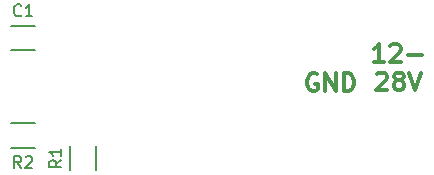
<source format=gto>
G04 #@! TF.FileFunction,Legend,Top*
%FSLAX46Y46*%
G04 Gerber Fmt 4.6, Leading zero omitted, Abs format (unit mm)*
G04 Created by KiCad (PCBNEW no-vcs-found-product) date Wed 28 Oct 2015 12:10:27 PM EDT*
%MOMM*%
G01*
G04 APERTURE LIST*
%ADD10C,0.150000*%
%ADD11C,0.300000*%
G04 APERTURE END LIST*
D10*
D11*
X33075715Y3061429D02*
X32218572Y3061429D01*
X32647144Y3061429D02*
X32647144Y4561429D01*
X32504287Y4347143D01*
X32361429Y4204286D01*
X32218572Y4132857D01*
X33647143Y4418571D02*
X33718572Y4490000D01*
X33861429Y4561429D01*
X34218572Y4561429D01*
X34361429Y4490000D01*
X34432858Y4418571D01*
X34504286Y4275714D01*
X34504286Y4132857D01*
X34432858Y3918571D01*
X33575715Y3061429D01*
X34504286Y3061429D01*
X35147143Y3632857D02*
X36290000Y3632857D01*
X32504286Y2018571D02*
X32575715Y2090000D01*
X32718572Y2161429D01*
X33075715Y2161429D01*
X33218572Y2090000D01*
X33290001Y2018571D01*
X33361429Y1875714D01*
X33361429Y1732857D01*
X33290001Y1518571D01*
X32432858Y661429D01*
X33361429Y661429D01*
X34218572Y1518571D02*
X34075714Y1590000D01*
X34004286Y1661429D01*
X33932857Y1804286D01*
X33932857Y1875714D01*
X34004286Y2018571D01*
X34075714Y2090000D01*
X34218572Y2161429D01*
X34504286Y2161429D01*
X34647143Y2090000D01*
X34718572Y2018571D01*
X34790000Y1875714D01*
X34790000Y1804286D01*
X34718572Y1661429D01*
X34647143Y1590000D01*
X34504286Y1518571D01*
X34218572Y1518571D01*
X34075714Y1447143D01*
X34004286Y1375714D01*
X33932857Y1232857D01*
X33932857Y947143D01*
X34004286Y804286D01*
X34075714Y732857D01*
X34218572Y661429D01*
X34504286Y661429D01*
X34647143Y732857D01*
X34718572Y804286D01*
X34790000Y947143D01*
X34790000Y1232857D01*
X34718572Y1375714D01*
X34647143Y1447143D01*
X34504286Y1518571D01*
X35218571Y2161429D02*
X35718571Y661429D01*
X36218571Y2161429D01*
X27432143Y2020000D02*
X27289286Y2091429D01*
X27075000Y2091429D01*
X26860715Y2020000D01*
X26717857Y1877143D01*
X26646429Y1734286D01*
X26575000Y1448571D01*
X26575000Y1234286D01*
X26646429Y948571D01*
X26717857Y805714D01*
X26860715Y662857D01*
X27075000Y591429D01*
X27217857Y591429D01*
X27432143Y662857D01*
X27503572Y734286D01*
X27503572Y1234286D01*
X27217857Y1234286D01*
X28146429Y591429D02*
X28146429Y2091429D01*
X29003572Y591429D01*
X29003572Y2091429D01*
X29717858Y591429D02*
X29717858Y2091429D01*
X30075001Y2091429D01*
X30289286Y2020000D01*
X30432144Y1877143D01*
X30503572Y1734286D01*
X30575001Y1448571D01*
X30575001Y1234286D01*
X30503572Y948571D01*
X30432144Y805714D01*
X30289286Y662857D01*
X30075001Y591429D01*
X29717858Y591429D01*
D10*
X3540000Y6105000D02*
X1540000Y6105000D01*
X1540000Y4055000D02*
X3540000Y4055000D01*
X8695000Y-4080000D02*
X8695000Y-6080000D01*
X6545000Y-6080000D02*
X6545000Y-4080000D01*
X1540000Y-2100000D02*
X3540000Y-2100000D01*
X3540000Y-4250000D02*
X1540000Y-4250000D01*
X2373334Y7022857D02*
X2325715Y6975238D01*
X2182858Y6927619D01*
X2087620Y6927619D01*
X1944762Y6975238D01*
X1849524Y7070476D01*
X1801905Y7165714D01*
X1754286Y7356190D01*
X1754286Y7499048D01*
X1801905Y7689524D01*
X1849524Y7784762D01*
X1944762Y7880000D01*
X2087620Y7927619D01*
X2182858Y7927619D01*
X2325715Y7880000D01*
X2373334Y7832381D01*
X3325715Y6927619D02*
X2754286Y6927619D01*
X3040000Y6927619D02*
X3040000Y7927619D01*
X2944762Y7784762D01*
X2849524Y7689524D01*
X2754286Y7641905D01*
X5772381Y-5246666D02*
X5296190Y-5580000D01*
X5772381Y-5818095D02*
X4772381Y-5818095D01*
X4772381Y-5437142D01*
X4820000Y-5341904D01*
X4867619Y-5294285D01*
X4962857Y-5246666D01*
X5105714Y-5246666D01*
X5200952Y-5294285D01*
X5248571Y-5341904D01*
X5296190Y-5437142D01*
X5296190Y-5818095D01*
X5772381Y-4294285D02*
X5772381Y-4865714D01*
X5772381Y-4580000D02*
X4772381Y-4580000D01*
X4915238Y-4675238D01*
X5010476Y-4770476D01*
X5058095Y-4865714D01*
X2373334Y-5927381D02*
X2040000Y-5451190D01*
X1801905Y-5927381D02*
X1801905Y-4927381D01*
X2182858Y-4927381D01*
X2278096Y-4975000D01*
X2325715Y-5022619D01*
X2373334Y-5117857D01*
X2373334Y-5260714D01*
X2325715Y-5355952D01*
X2278096Y-5403571D01*
X2182858Y-5451190D01*
X1801905Y-5451190D01*
X2754286Y-5022619D02*
X2801905Y-4975000D01*
X2897143Y-4927381D01*
X3135239Y-4927381D01*
X3230477Y-4975000D01*
X3278096Y-5022619D01*
X3325715Y-5117857D01*
X3325715Y-5213095D01*
X3278096Y-5355952D01*
X2706667Y-5927381D01*
X3325715Y-5927381D01*
M02*

</source>
